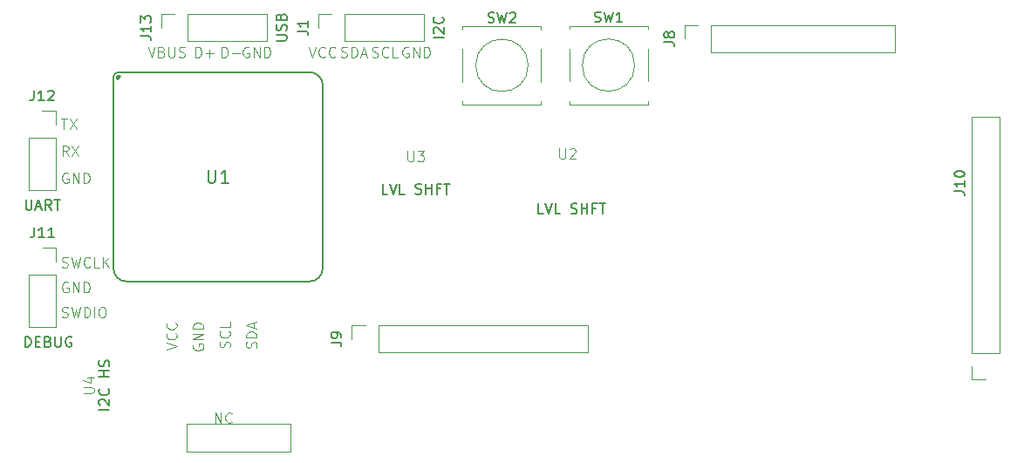
<source format=gbr>
%TF.GenerationSoftware,KiCad,Pcbnew,8.0.4*%
%TF.CreationDate,2024-08-08T16:53:51-05:00*%
%TF.ProjectId,GP2040-RE,47503230-3430-42d5-9245-2e6b69636164,rev?*%
%TF.SameCoordinates,Original*%
%TF.FileFunction,Legend,Top*%
%TF.FilePolarity,Positive*%
%FSLAX46Y46*%
G04 Gerber Fmt 4.6, Leading zero omitted, Abs format (unit mm)*
G04 Created by KiCad (PCBNEW 8.0.4) date 2024-08-08 16:53:51*
%MOMM*%
%LPD*%
G01*
G04 APERTURE LIST*
%ADD10C,0.100000*%
%ADD11C,0.150000*%
%ADD12C,0.120000*%
%ADD13C,0.200000*%
%ADD14C,0.220000*%
G04 APERTURE END LIST*
D10*
X171550684Y-91414019D02*
X171550684Y-90414019D01*
X171550684Y-90414019D02*
X172122112Y-91414019D01*
X172122112Y-91414019D02*
X172122112Y-90414019D01*
X173169731Y-91318780D02*
X173122112Y-91366400D01*
X173122112Y-91366400D02*
X172979255Y-91414019D01*
X172979255Y-91414019D02*
X172884017Y-91414019D01*
X172884017Y-91414019D02*
X172741160Y-91366400D01*
X172741160Y-91366400D02*
X172645922Y-91271161D01*
X172645922Y-91271161D02*
X172598303Y-91175923D01*
X172598303Y-91175923D02*
X172550684Y-90985447D01*
X172550684Y-90985447D02*
X172550684Y-90842590D01*
X172550684Y-90842590D02*
X172598303Y-90652114D01*
X172598303Y-90652114D02*
X172645922Y-90556876D01*
X172645922Y-90556876D02*
X172741160Y-90461638D01*
X172741160Y-90461638D02*
X172884017Y-90414019D01*
X172884017Y-90414019D02*
X172979255Y-90414019D01*
X172979255Y-90414019D02*
X173122112Y-90461638D01*
X173122112Y-90461638D02*
X173169731Y-90509257D01*
X168808400Y-91541600D02*
X178892200Y-91541600D01*
X178892200Y-94208600D01*
X168808400Y-94208600D01*
X168808400Y-91541600D01*
X175516600Y-84151115D02*
X175564219Y-84008258D01*
X175564219Y-84008258D02*
X175564219Y-83770163D01*
X175564219Y-83770163D02*
X175516600Y-83674925D01*
X175516600Y-83674925D02*
X175468980Y-83627306D01*
X175468980Y-83627306D02*
X175373742Y-83579687D01*
X175373742Y-83579687D02*
X175278504Y-83579687D01*
X175278504Y-83579687D02*
X175183266Y-83627306D01*
X175183266Y-83627306D02*
X175135647Y-83674925D01*
X175135647Y-83674925D02*
X175088028Y-83770163D01*
X175088028Y-83770163D02*
X175040409Y-83960639D01*
X175040409Y-83960639D02*
X174992790Y-84055877D01*
X174992790Y-84055877D02*
X174945171Y-84103496D01*
X174945171Y-84103496D02*
X174849933Y-84151115D01*
X174849933Y-84151115D02*
X174754695Y-84151115D01*
X174754695Y-84151115D02*
X174659457Y-84103496D01*
X174659457Y-84103496D02*
X174611838Y-84055877D01*
X174611838Y-84055877D02*
X174564219Y-83960639D01*
X174564219Y-83960639D02*
X174564219Y-83722544D01*
X174564219Y-83722544D02*
X174611838Y-83579687D01*
X175564219Y-83151115D02*
X174564219Y-83151115D01*
X174564219Y-83151115D02*
X174564219Y-82913020D01*
X174564219Y-82913020D02*
X174611838Y-82770163D01*
X174611838Y-82770163D02*
X174707076Y-82674925D01*
X174707076Y-82674925D02*
X174802314Y-82627306D01*
X174802314Y-82627306D02*
X174992790Y-82579687D01*
X174992790Y-82579687D02*
X175135647Y-82579687D01*
X175135647Y-82579687D02*
X175326123Y-82627306D01*
X175326123Y-82627306D02*
X175421361Y-82674925D01*
X175421361Y-82674925D02*
X175516600Y-82770163D01*
X175516600Y-82770163D02*
X175564219Y-82913020D01*
X175564219Y-82913020D02*
X175564219Y-83151115D01*
X175278504Y-82198734D02*
X175278504Y-81722544D01*
X175564219Y-82293972D02*
X174564219Y-81960639D01*
X174564219Y-81960639D02*
X175564219Y-81627306D01*
X172934266Y-84103496D02*
X172981885Y-83960639D01*
X172981885Y-83960639D02*
X172981885Y-83722544D01*
X172981885Y-83722544D02*
X172934266Y-83627306D01*
X172934266Y-83627306D02*
X172886646Y-83579687D01*
X172886646Y-83579687D02*
X172791408Y-83532068D01*
X172791408Y-83532068D02*
X172696170Y-83532068D01*
X172696170Y-83532068D02*
X172600932Y-83579687D01*
X172600932Y-83579687D02*
X172553313Y-83627306D01*
X172553313Y-83627306D02*
X172505694Y-83722544D01*
X172505694Y-83722544D02*
X172458075Y-83913020D01*
X172458075Y-83913020D02*
X172410456Y-84008258D01*
X172410456Y-84008258D02*
X172362837Y-84055877D01*
X172362837Y-84055877D02*
X172267599Y-84103496D01*
X172267599Y-84103496D02*
X172172361Y-84103496D01*
X172172361Y-84103496D02*
X172077123Y-84055877D01*
X172077123Y-84055877D02*
X172029504Y-84008258D01*
X172029504Y-84008258D02*
X171981885Y-83913020D01*
X171981885Y-83913020D02*
X171981885Y-83674925D01*
X171981885Y-83674925D02*
X172029504Y-83532068D01*
X172886646Y-82532068D02*
X172934266Y-82579687D01*
X172934266Y-82579687D02*
X172981885Y-82722544D01*
X172981885Y-82722544D02*
X172981885Y-82817782D01*
X172981885Y-82817782D02*
X172934266Y-82960639D01*
X172934266Y-82960639D02*
X172839027Y-83055877D01*
X172839027Y-83055877D02*
X172743789Y-83103496D01*
X172743789Y-83103496D02*
X172553313Y-83151115D01*
X172553313Y-83151115D02*
X172410456Y-83151115D01*
X172410456Y-83151115D02*
X172219980Y-83103496D01*
X172219980Y-83103496D02*
X172124742Y-83055877D01*
X172124742Y-83055877D02*
X172029504Y-82960639D01*
X172029504Y-82960639D02*
X171981885Y-82817782D01*
X171981885Y-82817782D02*
X171981885Y-82722544D01*
X171981885Y-82722544D02*
X172029504Y-82579687D01*
X172029504Y-82579687D02*
X172077123Y-82532068D01*
X172981885Y-81627306D02*
X172981885Y-82103496D01*
X172981885Y-82103496D02*
X171981885Y-82103496D01*
X169447171Y-83817782D02*
X169399552Y-83913020D01*
X169399552Y-83913020D02*
X169399552Y-84055877D01*
X169399552Y-84055877D02*
X169447171Y-84198734D01*
X169447171Y-84198734D02*
X169542409Y-84293972D01*
X169542409Y-84293972D02*
X169637647Y-84341591D01*
X169637647Y-84341591D02*
X169828123Y-84389210D01*
X169828123Y-84389210D02*
X169970980Y-84389210D01*
X169970980Y-84389210D02*
X170161456Y-84341591D01*
X170161456Y-84341591D02*
X170256694Y-84293972D01*
X170256694Y-84293972D02*
X170351933Y-84198734D01*
X170351933Y-84198734D02*
X170399552Y-84055877D01*
X170399552Y-84055877D02*
X170399552Y-83960639D01*
X170399552Y-83960639D02*
X170351933Y-83817782D01*
X170351933Y-83817782D02*
X170304313Y-83770163D01*
X170304313Y-83770163D02*
X169970980Y-83770163D01*
X169970980Y-83770163D02*
X169970980Y-83960639D01*
X170399552Y-83341591D02*
X169399552Y-83341591D01*
X169399552Y-83341591D02*
X170399552Y-82770163D01*
X170399552Y-82770163D02*
X169399552Y-82770163D01*
X170399552Y-82293972D02*
X169399552Y-82293972D01*
X169399552Y-82293972D02*
X169399552Y-82055877D01*
X169399552Y-82055877D02*
X169447171Y-81913020D01*
X169447171Y-81913020D02*
X169542409Y-81817782D01*
X169542409Y-81817782D02*
X169637647Y-81770163D01*
X169637647Y-81770163D02*
X169828123Y-81722544D01*
X169828123Y-81722544D02*
X169970980Y-81722544D01*
X169970980Y-81722544D02*
X170161456Y-81770163D01*
X170161456Y-81770163D02*
X170256694Y-81817782D01*
X170256694Y-81817782D02*
X170351933Y-81913020D01*
X170351933Y-81913020D02*
X170399552Y-82055877D01*
X170399552Y-82055877D02*
X170399552Y-82293972D01*
X166817219Y-84293972D02*
X167817219Y-83960639D01*
X167817219Y-83960639D02*
X166817219Y-83627306D01*
X167721980Y-82722544D02*
X167769600Y-82770163D01*
X167769600Y-82770163D02*
X167817219Y-82913020D01*
X167817219Y-82913020D02*
X167817219Y-83008258D01*
X167817219Y-83008258D02*
X167769600Y-83151115D01*
X167769600Y-83151115D02*
X167674361Y-83246353D01*
X167674361Y-83246353D02*
X167579123Y-83293972D01*
X167579123Y-83293972D02*
X167388647Y-83341591D01*
X167388647Y-83341591D02*
X167245790Y-83341591D01*
X167245790Y-83341591D02*
X167055314Y-83293972D01*
X167055314Y-83293972D02*
X166960076Y-83246353D01*
X166960076Y-83246353D02*
X166864838Y-83151115D01*
X166864838Y-83151115D02*
X166817219Y-83008258D01*
X166817219Y-83008258D02*
X166817219Y-82913020D01*
X166817219Y-82913020D02*
X166864838Y-82770163D01*
X166864838Y-82770163D02*
X166912457Y-82722544D01*
X167721980Y-81722544D02*
X167769600Y-81770163D01*
X167769600Y-81770163D02*
X167817219Y-81913020D01*
X167817219Y-81913020D02*
X167817219Y-82008258D01*
X167817219Y-82008258D02*
X167769600Y-82151115D01*
X167769600Y-82151115D02*
X167674361Y-82246353D01*
X167674361Y-82246353D02*
X167579123Y-82293972D01*
X167579123Y-82293972D02*
X167388647Y-82341591D01*
X167388647Y-82341591D02*
X167245790Y-82341591D01*
X167245790Y-82341591D02*
X167055314Y-82293972D01*
X167055314Y-82293972D02*
X166960076Y-82246353D01*
X166960076Y-82246353D02*
X166864838Y-82151115D01*
X166864838Y-82151115D02*
X166817219Y-82008258D01*
X166817219Y-82008258D02*
X166817219Y-81913020D01*
X166817219Y-81913020D02*
X166864838Y-81770163D01*
X166864838Y-81770163D02*
X166912457Y-81722544D01*
X156694865Y-81134000D02*
X156837722Y-81181619D01*
X156837722Y-81181619D02*
X157075817Y-81181619D01*
X157075817Y-81181619D02*
X157171055Y-81134000D01*
X157171055Y-81134000D02*
X157218674Y-81086380D01*
X157218674Y-81086380D02*
X157266293Y-80991142D01*
X157266293Y-80991142D02*
X157266293Y-80895904D01*
X157266293Y-80895904D02*
X157218674Y-80800666D01*
X157218674Y-80800666D02*
X157171055Y-80753047D01*
X157171055Y-80753047D02*
X157075817Y-80705428D01*
X157075817Y-80705428D02*
X156885341Y-80657809D01*
X156885341Y-80657809D02*
X156790103Y-80610190D01*
X156790103Y-80610190D02*
X156742484Y-80562571D01*
X156742484Y-80562571D02*
X156694865Y-80467333D01*
X156694865Y-80467333D02*
X156694865Y-80372095D01*
X156694865Y-80372095D02*
X156742484Y-80276857D01*
X156742484Y-80276857D02*
X156790103Y-80229238D01*
X156790103Y-80229238D02*
X156885341Y-80181619D01*
X156885341Y-80181619D02*
X157123436Y-80181619D01*
X157123436Y-80181619D02*
X157266293Y-80229238D01*
X157599627Y-80181619D02*
X157837722Y-81181619D01*
X157837722Y-81181619D02*
X158028198Y-80467333D01*
X158028198Y-80467333D02*
X158218674Y-81181619D01*
X158218674Y-81181619D02*
X158456770Y-80181619D01*
X158837722Y-81181619D02*
X158837722Y-80181619D01*
X158837722Y-80181619D02*
X159075817Y-80181619D01*
X159075817Y-80181619D02*
X159218674Y-80229238D01*
X159218674Y-80229238D02*
X159313912Y-80324476D01*
X159313912Y-80324476D02*
X159361531Y-80419714D01*
X159361531Y-80419714D02*
X159409150Y-80610190D01*
X159409150Y-80610190D02*
X159409150Y-80753047D01*
X159409150Y-80753047D02*
X159361531Y-80943523D01*
X159361531Y-80943523D02*
X159313912Y-81038761D01*
X159313912Y-81038761D02*
X159218674Y-81134000D01*
X159218674Y-81134000D02*
X159075817Y-81181619D01*
X159075817Y-81181619D02*
X158837722Y-81181619D01*
X159837722Y-81181619D02*
X159837722Y-80181619D01*
X160504388Y-80181619D02*
X160694864Y-80181619D01*
X160694864Y-80181619D02*
X160790102Y-80229238D01*
X160790102Y-80229238D02*
X160885340Y-80324476D01*
X160885340Y-80324476D02*
X160932959Y-80514952D01*
X160932959Y-80514952D02*
X160932959Y-80848285D01*
X160932959Y-80848285D02*
X160885340Y-81038761D01*
X160885340Y-81038761D02*
X160790102Y-81134000D01*
X160790102Y-81134000D02*
X160694864Y-81181619D01*
X160694864Y-81181619D02*
X160504388Y-81181619D01*
X160504388Y-81181619D02*
X160409150Y-81134000D01*
X160409150Y-81134000D02*
X160313912Y-81038761D01*
X160313912Y-81038761D02*
X160266293Y-80848285D01*
X160266293Y-80848285D02*
X160266293Y-80514952D01*
X160266293Y-80514952D02*
X160313912Y-80324476D01*
X160313912Y-80324476D02*
X160409150Y-80229238D01*
X160409150Y-80229238D02*
X160504388Y-80181619D01*
X157266293Y-77803538D02*
X157171055Y-77755919D01*
X157171055Y-77755919D02*
X157028198Y-77755919D01*
X157028198Y-77755919D02*
X156885341Y-77803538D01*
X156885341Y-77803538D02*
X156790103Y-77898776D01*
X156790103Y-77898776D02*
X156742484Y-77994014D01*
X156742484Y-77994014D02*
X156694865Y-78184490D01*
X156694865Y-78184490D02*
X156694865Y-78327347D01*
X156694865Y-78327347D02*
X156742484Y-78517823D01*
X156742484Y-78517823D02*
X156790103Y-78613061D01*
X156790103Y-78613061D02*
X156885341Y-78708300D01*
X156885341Y-78708300D02*
X157028198Y-78755919D01*
X157028198Y-78755919D02*
X157123436Y-78755919D01*
X157123436Y-78755919D02*
X157266293Y-78708300D01*
X157266293Y-78708300D02*
X157313912Y-78660680D01*
X157313912Y-78660680D02*
X157313912Y-78327347D01*
X157313912Y-78327347D02*
X157123436Y-78327347D01*
X157742484Y-78755919D02*
X157742484Y-77755919D01*
X157742484Y-77755919D02*
X158313912Y-78755919D01*
X158313912Y-78755919D02*
X158313912Y-77755919D01*
X158790103Y-78755919D02*
X158790103Y-77755919D01*
X158790103Y-77755919D02*
X159028198Y-77755919D01*
X159028198Y-77755919D02*
X159171055Y-77803538D01*
X159171055Y-77803538D02*
X159266293Y-77898776D01*
X159266293Y-77898776D02*
X159313912Y-77994014D01*
X159313912Y-77994014D02*
X159361531Y-78184490D01*
X159361531Y-78184490D02*
X159361531Y-78327347D01*
X159361531Y-78327347D02*
X159313912Y-78517823D01*
X159313912Y-78517823D02*
X159266293Y-78613061D01*
X159266293Y-78613061D02*
X159171055Y-78708300D01*
X159171055Y-78708300D02*
X159028198Y-78755919D01*
X159028198Y-78755919D02*
X158790103Y-78755919D01*
X156694865Y-76282600D02*
X156837722Y-76330219D01*
X156837722Y-76330219D02*
X157075817Y-76330219D01*
X157075817Y-76330219D02*
X157171055Y-76282600D01*
X157171055Y-76282600D02*
X157218674Y-76234980D01*
X157218674Y-76234980D02*
X157266293Y-76139742D01*
X157266293Y-76139742D02*
X157266293Y-76044504D01*
X157266293Y-76044504D02*
X157218674Y-75949266D01*
X157218674Y-75949266D02*
X157171055Y-75901647D01*
X157171055Y-75901647D02*
X157075817Y-75854028D01*
X157075817Y-75854028D02*
X156885341Y-75806409D01*
X156885341Y-75806409D02*
X156790103Y-75758790D01*
X156790103Y-75758790D02*
X156742484Y-75711171D01*
X156742484Y-75711171D02*
X156694865Y-75615933D01*
X156694865Y-75615933D02*
X156694865Y-75520695D01*
X156694865Y-75520695D02*
X156742484Y-75425457D01*
X156742484Y-75425457D02*
X156790103Y-75377838D01*
X156790103Y-75377838D02*
X156885341Y-75330219D01*
X156885341Y-75330219D02*
X157123436Y-75330219D01*
X157123436Y-75330219D02*
X157266293Y-75377838D01*
X157599627Y-75330219D02*
X157837722Y-76330219D01*
X157837722Y-76330219D02*
X158028198Y-75615933D01*
X158028198Y-75615933D02*
X158218674Y-76330219D01*
X158218674Y-76330219D02*
X158456770Y-75330219D01*
X159409150Y-76234980D02*
X159361531Y-76282600D01*
X159361531Y-76282600D02*
X159218674Y-76330219D01*
X159218674Y-76330219D02*
X159123436Y-76330219D01*
X159123436Y-76330219D02*
X158980579Y-76282600D01*
X158980579Y-76282600D02*
X158885341Y-76187361D01*
X158885341Y-76187361D02*
X158837722Y-76092123D01*
X158837722Y-76092123D02*
X158790103Y-75901647D01*
X158790103Y-75901647D02*
X158790103Y-75758790D01*
X158790103Y-75758790D02*
X158837722Y-75568314D01*
X158837722Y-75568314D02*
X158885341Y-75473076D01*
X158885341Y-75473076D02*
X158980579Y-75377838D01*
X158980579Y-75377838D02*
X159123436Y-75330219D01*
X159123436Y-75330219D02*
X159218674Y-75330219D01*
X159218674Y-75330219D02*
X159361531Y-75377838D01*
X159361531Y-75377838D02*
X159409150Y-75425457D01*
X160313912Y-76330219D02*
X159837722Y-76330219D01*
X159837722Y-76330219D02*
X159837722Y-75330219D01*
X160647246Y-76330219D02*
X160647246Y-75330219D01*
X161218674Y-76330219D02*
X160790103Y-75758790D01*
X161218674Y-75330219D02*
X160647246Y-75901647D01*
X157266293Y-67199038D02*
X157171055Y-67151419D01*
X157171055Y-67151419D02*
X157028198Y-67151419D01*
X157028198Y-67151419D02*
X156885341Y-67199038D01*
X156885341Y-67199038D02*
X156790103Y-67294276D01*
X156790103Y-67294276D02*
X156742484Y-67389514D01*
X156742484Y-67389514D02*
X156694865Y-67579990D01*
X156694865Y-67579990D02*
X156694865Y-67722847D01*
X156694865Y-67722847D02*
X156742484Y-67913323D01*
X156742484Y-67913323D02*
X156790103Y-68008561D01*
X156790103Y-68008561D02*
X156885341Y-68103800D01*
X156885341Y-68103800D02*
X157028198Y-68151419D01*
X157028198Y-68151419D02*
X157123436Y-68151419D01*
X157123436Y-68151419D02*
X157266293Y-68103800D01*
X157266293Y-68103800D02*
X157313912Y-68056180D01*
X157313912Y-68056180D02*
X157313912Y-67722847D01*
X157313912Y-67722847D02*
X157123436Y-67722847D01*
X157742484Y-68151419D02*
X157742484Y-67151419D01*
X157742484Y-67151419D02*
X158313912Y-68151419D01*
X158313912Y-68151419D02*
X158313912Y-67151419D01*
X158790103Y-68151419D02*
X158790103Y-67151419D01*
X158790103Y-67151419D02*
X159028198Y-67151419D01*
X159028198Y-67151419D02*
X159171055Y-67199038D01*
X159171055Y-67199038D02*
X159266293Y-67294276D01*
X159266293Y-67294276D02*
X159313912Y-67389514D01*
X159313912Y-67389514D02*
X159361531Y-67579990D01*
X159361531Y-67579990D02*
X159361531Y-67722847D01*
X159361531Y-67722847D02*
X159313912Y-67913323D01*
X159313912Y-67913323D02*
X159266293Y-68008561D01*
X159266293Y-68008561D02*
X159171055Y-68103800D01*
X159171055Y-68103800D02*
X159028198Y-68151419D01*
X159028198Y-68151419D02*
X158790103Y-68151419D01*
X157313912Y-65535219D02*
X156980579Y-65059028D01*
X156742484Y-65535219D02*
X156742484Y-64535219D01*
X156742484Y-64535219D02*
X157123436Y-64535219D01*
X157123436Y-64535219D02*
X157218674Y-64582838D01*
X157218674Y-64582838D02*
X157266293Y-64630457D01*
X157266293Y-64630457D02*
X157313912Y-64725695D01*
X157313912Y-64725695D02*
X157313912Y-64868552D01*
X157313912Y-64868552D02*
X157266293Y-64963790D01*
X157266293Y-64963790D02*
X157218674Y-65011409D01*
X157218674Y-65011409D02*
X157123436Y-65059028D01*
X157123436Y-65059028D02*
X156742484Y-65059028D01*
X157647246Y-64535219D02*
X158313912Y-65535219D01*
X158313912Y-64535219D02*
X157647246Y-65535219D01*
X156599627Y-61919019D02*
X157171055Y-61919019D01*
X156885341Y-62919019D02*
X156885341Y-61919019D01*
X157409151Y-61919019D02*
X158075817Y-62919019D01*
X158075817Y-61919019D02*
X157409151Y-62919019D01*
X190301693Y-54977438D02*
X190206455Y-54929819D01*
X190206455Y-54929819D02*
X190063598Y-54929819D01*
X190063598Y-54929819D02*
X189920741Y-54977438D01*
X189920741Y-54977438D02*
X189825503Y-55072676D01*
X189825503Y-55072676D02*
X189777884Y-55167914D01*
X189777884Y-55167914D02*
X189730265Y-55358390D01*
X189730265Y-55358390D02*
X189730265Y-55501247D01*
X189730265Y-55501247D02*
X189777884Y-55691723D01*
X189777884Y-55691723D02*
X189825503Y-55786961D01*
X189825503Y-55786961D02*
X189920741Y-55882200D01*
X189920741Y-55882200D02*
X190063598Y-55929819D01*
X190063598Y-55929819D02*
X190158836Y-55929819D01*
X190158836Y-55929819D02*
X190301693Y-55882200D01*
X190301693Y-55882200D02*
X190349312Y-55834580D01*
X190349312Y-55834580D02*
X190349312Y-55501247D01*
X190349312Y-55501247D02*
X190158836Y-55501247D01*
X190777884Y-55929819D02*
X190777884Y-54929819D01*
X190777884Y-54929819D02*
X191349312Y-55929819D01*
X191349312Y-55929819D02*
X191349312Y-54929819D01*
X191825503Y-55929819D02*
X191825503Y-54929819D01*
X191825503Y-54929819D02*
X192063598Y-54929819D01*
X192063598Y-54929819D02*
X192206455Y-54977438D01*
X192206455Y-54977438D02*
X192301693Y-55072676D01*
X192301693Y-55072676D02*
X192349312Y-55167914D01*
X192349312Y-55167914D02*
X192396931Y-55358390D01*
X192396931Y-55358390D02*
X192396931Y-55501247D01*
X192396931Y-55501247D02*
X192349312Y-55691723D01*
X192349312Y-55691723D02*
X192301693Y-55786961D01*
X192301693Y-55786961D02*
X192206455Y-55882200D01*
X192206455Y-55882200D02*
X192063598Y-55929819D01*
X192063598Y-55929819D02*
X191825503Y-55929819D01*
X186780684Y-55882200D02*
X186923541Y-55929819D01*
X186923541Y-55929819D02*
X187161636Y-55929819D01*
X187161636Y-55929819D02*
X187256874Y-55882200D01*
X187256874Y-55882200D02*
X187304493Y-55834580D01*
X187304493Y-55834580D02*
X187352112Y-55739342D01*
X187352112Y-55739342D02*
X187352112Y-55644104D01*
X187352112Y-55644104D02*
X187304493Y-55548866D01*
X187304493Y-55548866D02*
X187256874Y-55501247D01*
X187256874Y-55501247D02*
X187161636Y-55453628D01*
X187161636Y-55453628D02*
X186971160Y-55406009D01*
X186971160Y-55406009D02*
X186875922Y-55358390D01*
X186875922Y-55358390D02*
X186828303Y-55310771D01*
X186828303Y-55310771D02*
X186780684Y-55215533D01*
X186780684Y-55215533D02*
X186780684Y-55120295D01*
X186780684Y-55120295D02*
X186828303Y-55025057D01*
X186828303Y-55025057D02*
X186875922Y-54977438D01*
X186875922Y-54977438D02*
X186971160Y-54929819D01*
X186971160Y-54929819D02*
X187209255Y-54929819D01*
X187209255Y-54929819D02*
X187352112Y-54977438D01*
X188352112Y-55834580D02*
X188304493Y-55882200D01*
X188304493Y-55882200D02*
X188161636Y-55929819D01*
X188161636Y-55929819D02*
X188066398Y-55929819D01*
X188066398Y-55929819D02*
X187923541Y-55882200D01*
X187923541Y-55882200D02*
X187828303Y-55786961D01*
X187828303Y-55786961D02*
X187780684Y-55691723D01*
X187780684Y-55691723D02*
X187733065Y-55501247D01*
X187733065Y-55501247D02*
X187733065Y-55358390D01*
X187733065Y-55358390D02*
X187780684Y-55167914D01*
X187780684Y-55167914D02*
X187828303Y-55072676D01*
X187828303Y-55072676D02*
X187923541Y-54977438D01*
X187923541Y-54977438D02*
X188066398Y-54929819D01*
X188066398Y-54929819D02*
X188161636Y-54929819D01*
X188161636Y-54929819D02*
X188304493Y-54977438D01*
X188304493Y-54977438D02*
X188352112Y-55025057D01*
X189256874Y-55929819D02*
X188780684Y-55929819D01*
X188780684Y-55929819D02*
X188780684Y-54929819D01*
X183783484Y-55882200D02*
X183926341Y-55929819D01*
X183926341Y-55929819D02*
X184164436Y-55929819D01*
X184164436Y-55929819D02*
X184259674Y-55882200D01*
X184259674Y-55882200D02*
X184307293Y-55834580D01*
X184307293Y-55834580D02*
X184354912Y-55739342D01*
X184354912Y-55739342D02*
X184354912Y-55644104D01*
X184354912Y-55644104D02*
X184307293Y-55548866D01*
X184307293Y-55548866D02*
X184259674Y-55501247D01*
X184259674Y-55501247D02*
X184164436Y-55453628D01*
X184164436Y-55453628D02*
X183973960Y-55406009D01*
X183973960Y-55406009D02*
X183878722Y-55358390D01*
X183878722Y-55358390D02*
X183831103Y-55310771D01*
X183831103Y-55310771D02*
X183783484Y-55215533D01*
X183783484Y-55215533D02*
X183783484Y-55120295D01*
X183783484Y-55120295D02*
X183831103Y-55025057D01*
X183831103Y-55025057D02*
X183878722Y-54977438D01*
X183878722Y-54977438D02*
X183973960Y-54929819D01*
X183973960Y-54929819D02*
X184212055Y-54929819D01*
X184212055Y-54929819D02*
X184354912Y-54977438D01*
X184783484Y-55929819D02*
X184783484Y-54929819D01*
X184783484Y-54929819D02*
X185021579Y-54929819D01*
X185021579Y-54929819D02*
X185164436Y-54977438D01*
X185164436Y-54977438D02*
X185259674Y-55072676D01*
X185259674Y-55072676D02*
X185307293Y-55167914D01*
X185307293Y-55167914D02*
X185354912Y-55358390D01*
X185354912Y-55358390D02*
X185354912Y-55501247D01*
X185354912Y-55501247D02*
X185307293Y-55691723D01*
X185307293Y-55691723D02*
X185259674Y-55786961D01*
X185259674Y-55786961D02*
X185164436Y-55882200D01*
X185164436Y-55882200D02*
X185021579Y-55929819D01*
X185021579Y-55929819D02*
X184783484Y-55929819D01*
X185735865Y-55644104D02*
X186212055Y-55644104D01*
X185640627Y-55929819D02*
X185973960Y-54929819D01*
X185973960Y-54929819D02*
X186307293Y-55929819D01*
X180643427Y-54929819D02*
X180976760Y-55929819D01*
X180976760Y-55929819D02*
X181310093Y-54929819D01*
X182214855Y-55834580D02*
X182167236Y-55882200D01*
X182167236Y-55882200D02*
X182024379Y-55929819D01*
X182024379Y-55929819D02*
X181929141Y-55929819D01*
X181929141Y-55929819D02*
X181786284Y-55882200D01*
X181786284Y-55882200D02*
X181691046Y-55786961D01*
X181691046Y-55786961D02*
X181643427Y-55691723D01*
X181643427Y-55691723D02*
X181595808Y-55501247D01*
X181595808Y-55501247D02*
X181595808Y-55358390D01*
X181595808Y-55358390D02*
X181643427Y-55167914D01*
X181643427Y-55167914D02*
X181691046Y-55072676D01*
X181691046Y-55072676D02*
X181786284Y-54977438D01*
X181786284Y-54977438D02*
X181929141Y-54929819D01*
X181929141Y-54929819D02*
X182024379Y-54929819D01*
X182024379Y-54929819D02*
X182167236Y-54977438D01*
X182167236Y-54977438D02*
X182214855Y-55025057D01*
X183214855Y-55834580D02*
X183167236Y-55882200D01*
X183167236Y-55882200D02*
X183024379Y-55929819D01*
X183024379Y-55929819D02*
X182929141Y-55929819D01*
X182929141Y-55929819D02*
X182786284Y-55882200D01*
X182786284Y-55882200D02*
X182691046Y-55786961D01*
X182691046Y-55786961D02*
X182643427Y-55691723D01*
X182643427Y-55691723D02*
X182595808Y-55501247D01*
X182595808Y-55501247D02*
X182595808Y-55358390D01*
X182595808Y-55358390D02*
X182643427Y-55167914D01*
X182643427Y-55167914D02*
X182691046Y-55072676D01*
X182691046Y-55072676D02*
X182786284Y-54977438D01*
X182786284Y-54977438D02*
X182929141Y-54929819D01*
X182929141Y-54929819D02*
X183024379Y-54929819D01*
X183024379Y-54929819D02*
X183167236Y-54977438D01*
X183167236Y-54977438D02*
X183214855Y-55025057D01*
X174807693Y-54977438D02*
X174712455Y-54929819D01*
X174712455Y-54929819D02*
X174569598Y-54929819D01*
X174569598Y-54929819D02*
X174426741Y-54977438D01*
X174426741Y-54977438D02*
X174331503Y-55072676D01*
X174331503Y-55072676D02*
X174283884Y-55167914D01*
X174283884Y-55167914D02*
X174236265Y-55358390D01*
X174236265Y-55358390D02*
X174236265Y-55501247D01*
X174236265Y-55501247D02*
X174283884Y-55691723D01*
X174283884Y-55691723D02*
X174331503Y-55786961D01*
X174331503Y-55786961D02*
X174426741Y-55882200D01*
X174426741Y-55882200D02*
X174569598Y-55929819D01*
X174569598Y-55929819D02*
X174664836Y-55929819D01*
X174664836Y-55929819D02*
X174807693Y-55882200D01*
X174807693Y-55882200D02*
X174855312Y-55834580D01*
X174855312Y-55834580D02*
X174855312Y-55501247D01*
X174855312Y-55501247D02*
X174664836Y-55501247D01*
X175283884Y-55929819D02*
X175283884Y-54929819D01*
X175283884Y-54929819D02*
X175855312Y-55929819D01*
X175855312Y-55929819D02*
X175855312Y-54929819D01*
X176331503Y-55929819D02*
X176331503Y-54929819D01*
X176331503Y-54929819D02*
X176569598Y-54929819D01*
X176569598Y-54929819D02*
X176712455Y-54977438D01*
X176712455Y-54977438D02*
X176807693Y-55072676D01*
X176807693Y-55072676D02*
X176855312Y-55167914D01*
X176855312Y-55167914D02*
X176902931Y-55358390D01*
X176902931Y-55358390D02*
X176902931Y-55501247D01*
X176902931Y-55501247D02*
X176855312Y-55691723D01*
X176855312Y-55691723D02*
X176807693Y-55786961D01*
X176807693Y-55786961D02*
X176712455Y-55882200D01*
X176712455Y-55882200D02*
X176569598Y-55929819D01*
X176569598Y-55929819D02*
X176331503Y-55929819D01*
X172201084Y-55929819D02*
X172201084Y-54929819D01*
X172201084Y-54929819D02*
X172439179Y-54929819D01*
X172439179Y-54929819D02*
X172582036Y-54977438D01*
X172582036Y-54977438D02*
X172677274Y-55072676D01*
X172677274Y-55072676D02*
X172724893Y-55167914D01*
X172724893Y-55167914D02*
X172772512Y-55358390D01*
X172772512Y-55358390D02*
X172772512Y-55501247D01*
X172772512Y-55501247D02*
X172724893Y-55691723D01*
X172724893Y-55691723D02*
X172677274Y-55786961D01*
X172677274Y-55786961D02*
X172582036Y-55882200D01*
X172582036Y-55882200D02*
X172439179Y-55929819D01*
X172439179Y-55929819D02*
X172201084Y-55929819D01*
X173201084Y-55548866D02*
X173962989Y-55548866D01*
X169635684Y-55929819D02*
X169635684Y-54929819D01*
X169635684Y-54929819D02*
X169873779Y-54929819D01*
X169873779Y-54929819D02*
X170016636Y-54977438D01*
X170016636Y-54977438D02*
X170111874Y-55072676D01*
X170111874Y-55072676D02*
X170159493Y-55167914D01*
X170159493Y-55167914D02*
X170207112Y-55358390D01*
X170207112Y-55358390D02*
X170207112Y-55501247D01*
X170207112Y-55501247D02*
X170159493Y-55691723D01*
X170159493Y-55691723D02*
X170111874Y-55786961D01*
X170111874Y-55786961D02*
X170016636Y-55882200D01*
X170016636Y-55882200D02*
X169873779Y-55929819D01*
X169873779Y-55929819D02*
X169635684Y-55929819D01*
X170635684Y-55548866D02*
X171397589Y-55548866D01*
X171016636Y-55929819D02*
X171016636Y-55167914D01*
X165022427Y-54929819D02*
X165355760Y-55929819D01*
X165355760Y-55929819D02*
X165689093Y-54929819D01*
X166355760Y-55406009D02*
X166498617Y-55453628D01*
X166498617Y-55453628D02*
X166546236Y-55501247D01*
X166546236Y-55501247D02*
X166593855Y-55596485D01*
X166593855Y-55596485D02*
X166593855Y-55739342D01*
X166593855Y-55739342D02*
X166546236Y-55834580D01*
X166546236Y-55834580D02*
X166498617Y-55882200D01*
X166498617Y-55882200D02*
X166403379Y-55929819D01*
X166403379Y-55929819D02*
X166022427Y-55929819D01*
X166022427Y-55929819D02*
X166022427Y-54929819D01*
X166022427Y-54929819D02*
X166355760Y-54929819D01*
X166355760Y-54929819D02*
X166450998Y-54977438D01*
X166450998Y-54977438D02*
X166498617Y-55025057D01*
X166498617Y-55025057D02*
X166546236Y-55120295D01*
X166546236Y-55120295D02*
X166546236Y-55215533D01*
X166546236Y-55215533D02*
X166498617Y-55310771D01*
X166498617Y-55310771D02*
X166450998Y-55358390D01*
X166450998Y-55358390D02*
X166355760Y-55406009D01*
X166355760Y-55406009D02*
X166022427Y-55406009D01*
X167022427Y-54929819D02*
X167022427Y-55739342D01*
X167022427Y-55739342D02*
X167070046Y-55834580D01*
X167070046Y-55834580D02*
X167117665Y-55882200D01*
X167117665Y-55882200D02*
X167212903Y-55929819D01*
X167212903Y-55929819D02*
X167403379Y-55929819D01*
X167403379Y-55929819D02*
X167498617Y-55882200D01*
X167498617Y-55882200D02*
X167546236Y-55834580D01*
X167546236Y-55834580D02*
X167593855Y-55739342D01*
X167593855Y-55739342D02*
X167593855Y-54929819D01*
X168022427Y-55882200D02*
X168165284Y-55929819D01*
X168165284Y-55929819D02*
X168403379Y-55929819D01*
X168403379Y-55929819D02*
X168498617Y-55882200D01*
X168498617Y-55882200D02*
X168546236Y-55834580D01*
X168546236Y-55834580D02*
X168593855Y-55739342D01*
X168593855Y-55739342D02*
X168593855Y-55644104D01*
X168593855Y-55644104D02*
X168546236Y-55548866D01*
X168546236Y-55548866D02*
X168498617Y-55501247D01*
X168498617Y-55501247D02*
X168403379Y-55453628D01*
X168403379Y-55453628D02*
X168212903Y-55406009D01*
X168212903Y-55406009D02*
X168117665Y-55358390D01*
X168117665Y-55358390D02*
X168070046Y-55310771D01*
X168070046Y-55310771D02*
X168022427Y-55215533D01*
X168022427Y-55215533D02*
X168022427Y-55120295D01*
X168022427Y-55120295D02*
X168070046Y-55025057D01*
X168070046Y-55025057D02*
X168117665Y-54977438D01*
X168117665Y-54977438D02*
X168212903Y-54929819D01*
X168212903Y-54929819D02*
X168450998Y-54929819D01*
X168450998Y-54929819D02*
X168593855Y-54977438D01*
D11*
X164324819Y-53870123D02*
X165039104Y-53870123D01*
X165039104Y-53870123D02*
X165181961Y-53917742D01*
X165181961Y-53917742D02*
X165277200Y-54012980D01*
X165277200Y-54012980D02*
X165324819Y-54155837D01*
X165324819Y-54155837D02*
X165324819Y-54251075D01*
X165324819Y-52870123D02*
X165324819Y-53441551D01*
X165324819Y-53155837D02*
X164324819Y-53155837D01*
X164324819Y-53155837D02*
X164467676Y-53251075D01*
X164467676Y-53251075D02*
X164562914Y-53346313D01*
X164562914Y-53346313D02*
X164610533Y-53441551D01*
X164324819Y-52536789D02*
X164324819Y-51917742D01*
X164324819Y-51917742D02*
X164705771Y-52251075D01*
X164705771Y-52251075D02*
X164705771Y-52108218D01*
X164705771Y-52108218D02*
X164753390Y-52012980D01*
X164753390Y-52012980D02*
X164801009Y-51965361D01*
X164801009Y-51965361D02*
X164896247Y-51917742D01*
X164896247Y-51917742D02*
X165134342Y-51917742D01*
X165134342Y-51917742D02*
X165229580Y-51965361D01*
X165229580Y-51965361D02*
X165277200Y-52012980D01*
X165277200Y-52012980D02*
X165324819Y-52108218D01*
X165324819Y-52108218D02*
X165324819Y-52393932D01*
X165324819Y-52393932D02*
X165277200Y-52489170D01*
X165277200Y-52489170D02*
X165229580Y-52536789D01*
X177484819Y-54322504D02*
X178294342Y-54322504D01*
X178294342Y-54322504D02*
X178389580Y-54274885D01*
X178389580Y-54274885D02*
X178437200Y-54227266D01*
X178437200Y-54227266D02*
X178484819Y-54132028D01*
X178484819Y-54132028D02*
X178484819Y-53941552D01*
X178484819Y-53941552D02*
X178437200Y-53846314D01*
X178437200Y-53846314D02*
X178389580Y-53798695D01*
X178389580Y-53798695D02*
X178294342Y-53751076D01*
X178294342Y-53751076D02*
X177484819Y-53751076D01*
X178437200Y-53322504D02*
X178484819Y-53179647D01*
X178484819Y-53179647D02*
X178484819Y-52941552D01*
X178484819Y-52941552D02*
X178437200Y-52846314D01*
X178437200Y-52846314D02*
X178389580Y-52798695D01*
X178389580Y-52798695D02*
X178294342Y-52751076D01*
X178294342Y-52751076D02*
X178199104Y-52751076D01*
X178199104Y-52751076D02*
X178103866Y-52798695D01*
X178103866Y-52798695D02*
X178056247Y-52846314D01*
X178056247Y-52846314D02*
X178008628Y-52941552D01*
X178008628Y-52941552D02*
X177961009Y-53132028D01*
X177961009Y-53132028D02*
X177913390Y-53227266D01*
X177913390Y-53227266D02*
X177865771Y-53274885D01*
X177865771Y-53274885D02*
X177770533Y-53322504D01*
X177770533Y-53322504D02*
X177675295Y-53322504D01*
X177675295Y-53322504D02*
X177580057Y-53274885D01*
X177580057Y-53274885D02*
X177532438Y-53227266D01*
X177532438Y-53227266D02*
X177484819Y-53132028D01*
X177484819Y-53132028D02*
X177484819Y-52893933D01*
X177484819Y-52893933D02*
X177532438Y-52751076D01*
X177961009Y-51989171D02*
X178008628Y-51846314D01*
X178008628Y-51846314D02*
X178056247Y-51798695D01*
X178056247Y-51798695D02*
X178151485Y-51751076D01*
X178151485Y-51751076D02*
X178294342Y-51751076D01*
X178294342Y-51751076D02*
X178389580Y-51798695D01*
X178389580Y-51798695D02*
X178437200Y-51846314D01*
X178437200Y-51846314D02*
X178484819Y-51941552D01*
X178484819Y-51941552D02*
X178484819Y-52322504D01*
X178484819Y-52322504D02*
X177484819Y-52322504D01*
X177484819Y-52322504D02*
X177484819Y-51989171D01*
X177484819Y-51989171D02*
X177532438Y-51893933D01*
X177532438Y-51893933D02*
X177580057Y-51846314D01*
X177580057Y-51846314D02*
X177675295Y-51798695D01*
X177675295Y-51798695D02*
X177770533Y-51798695D01*
X177770533Y-51798695D02*
X177865771Y-51846314D01*
X177865771Y-51846314D02*
X177913390Y-51893933D01*
X177913390Y-51893933D02*
X177961009Y-51989171D01*
X177961009Y-51989171D02*
X177961009Y-52322504D01*
D10*
X190246095Y-65044019D02*
X190246095Y-65853542D01*
X190246095Y-65853542D02*
X190293714Y-65948780D01*
X190293714Y-65948780D02*
X190341333Y-65996400D01*
X190341333Y-65996400D02*
X190436571Y-66044019D01*
X190436571Y-66044019D02*
X190627047Y-66044019D01*
X190627047Y-66044019D02*
X190722285Y-65996400D01*
X190722285Y-65996400D02*
X190769904Y-65948780D01*
X190769904Y-65948780D02*
X190817523Y-65853542D01*
X190817523Y-65853542D02*
X190817523Y-65044019D01*
X191198476Y-65044019D02*
X191817523Y-65044019D01*
X191817523Y-65044019D02*
X191484190Y-65424971D01*
X191484190Y-65424971D02*
X191627047Y-65424971D01*
X191627047Y-65424971D02*
X191722285Y-65472590D01*
X191722285Y-65472590D02*
X191769904Y-65520209D01*
X191769904Y-65520209D02*
X191817523Y-65615447D01*
X191817523Y-65615447D02*
X191817523Y-65853542D01*
X191817523Y-65853542D02*
X191769904Y-65948780D01*
X191769904Y-65948780D02*
X191722285Y-65996400D01*
X191722285Y-65996400D02*
X191627047Y-66044019D01*
X191627047Y-66044019D02*
X191341333Y-66044019D01*
X191341333Y-66044019D02*
X191246095Y-65996400D01*
X191246095Y-65996400D02*
X191198476Y-65948780D01*
D11*
X188293713Y-69212619D02*
X187817523Y-69212619D01*
X187817523Y-69212619D02*
X187817523Y-68212619D01*
X188484190Y-68212619D02*
X188817523Y-69212619D01*
X188817523Y-69212619D02*
X189150856Y-68212619D01*
X189960380Y-69212619D02*
X189484190Y-69212619D01*
X189484190Y-69212619D02*
X189484190Y-68212619D01*
X191008000Y-69165000D02*
X191150857Y-69212619D01*
X191150857Y-69212619D02*
X191388952Y-69212619D01*
X191388952Y-69212619D02*
X191484190Y-69165000D01*
X191484190Y-69165000D02*
X191531809Y-69117380D01*
X191531809Y-69117380D02*
X191579428Y-69022142D01*
X191579428Y-69022142D02*
X191579428Y-68926904D01*
X191579428Y-68926904D02*
X191531809Y-68831666D01*
X191531809Y-68831666D02*
X191484190Y-68784047D01*
X191484190Y-68784047D02*
X191388952Y-68736428D01*
X191388952Y-68736428D02*
X191198476Y-68688809D01*
X191198476Y-68688809D02*
X191103238Y-68641190D01*
X191103238Y-68641190D02*
X191055619Y-68593571D01*
X191055619Y-68593571D02*
X191008000Y-68498333D01*
X191008000Y-68498333D02*
X191008000Y-68403095D01*
X191008000Y-68403095D02*
X191055619Y-68307857D01*
X191055619Y-68307857D02*
X191103238Y-68260238D01*
X191103238Y-68260238D02*
X191198476Y-68212619D01*
X191198476Y-68212619D02*
X191436571Y-68212619D01*
X191436571Y-68212619D02*
X191579428Y-68260238D01*
X192008000Y-69212619D02*
X192008000Y-68212619D01*
X192008000Y-68688809D02*
X192579428Y-68688809D01*
X192579428Y-69212619D02*
X192579428Y-68212619D01*
X193388952Y-68688809D02*
X193055619Y-68688809D01*
X193055619Y-69212619D02*
X193055619Y-68212619D01*
X193055619Y-68212619D02*
X193531809Y-68212619D01*
X193769905Y-68212619D02*
X194341333Y-68212619D01*
X194055619Y-69212619D02*
X194055619Y-68212619D01*
X243294819Y-68936123D02*
X244009104Y-68936123D01*
X244009104Y-68936123D02*
X244151961Y-68983742D01*
X244151961Y-68983742D02*
X244247200Y-69078980D01*
X244247200Y-69078980D02*
X244294819Y-69221837D01*
X244294819Y-69221837D02*
X244294819Y-69317075D01*
X244294819Y-67936123D02*
X244294819Y-68507551D01*
X244294819Y-68221837D02*
X243294819Y-68221837D01*
X243294819Y-68221837D02*
X243437676Y-68317075D01*
X243437676Y-68317075D02*
X243532914Y-68412313D01*
X243532914Y-68412313D02*
X243580533Y-68507551D01*
X243294819Y-67317075D02*
X243294819Y-67221837D01*
X243294819Y-67221837D02*
X243342438Y-67126599D01*
X243342438Y-67126599D02*
X243390057Y-67078980D01*
X243390057Y-67078980D02*
X243485295Y-67031361D01*
X243485295Y-67031361D02*
X243675771Y-66983742D01*
X243675771Y-66983742D02*
X243913866Y-66983742D01*
X243913866Y-66983742D02*
X244104342Y-67031361D01*
X244104342Y-67031361D02*
X244199580Y-67078980D01*
X244199580Y-67078980D02*
X244247200Y-67126599D01*
X244247200Y-67126599D02*
X244294819Y-67221837D01*
X244294819Y-67221837D02*
X244294819Y-67317075D01*
X244294819Y-67317075D02*
X244247200Y-67412313D01*
X244247200Y-67412313D02*
X244199580Y-67459932D01*
X244199580Y-67459932D02*
X244104342Y-67507551D01*
X244104342Y-67507551D02*
X243913866Y-67555170D01*
X243913866Y-67555170D02*
X243675771Y-67555170D01*
X243675771Y-67555170D02*
X243485295Y-67507551D01*
X243485295Y-67507551D02*
X243390057Y-67459932D01*
X243390057Y-67459932D02*
X243342438Y-67412313D01*
X243342438Y-67412313D02*
X243294819Y-67317075D01*
X153978076Y-72431419D02*
X153978076Y-73145704D01*
X153978076Y-73145704D02*
X153930457Y-73288561D01*
X153930457Y-73288561D02*
X153835219Y-73383800D01*
X153835219Y-73383800D02*
X153692362Y-73431419D01*
X153692362Y-73431419D02*
X153597124Y-73431419D01*
X154978076Y-73431419D02*
X154406648Y-73431419D01*
X154692362Y-73431419D02*
X154692362Y-72431419D01*
X154692362Y-72431419D02*
X154597124Y-72574276D01*
X154597124Y-72574276D02*
X154501886Y-72669514D01*
X154501886Y-72669514D02*
X154406648Y-72717133D01*
X155930457Y-73431419D02*
X155359029Y-73431419D01*
X155644743Y-73431419D02*
X155644743Y-72431419D01*
X155644743Y-72431419D02*
X155549505Y-72574276D01*
X155549505Y-72574276D02*
X155454267Y-72669514D01*
X155454267Y-72669514D02*
X155359029Y-72717133D01*
X153108305Y-84050019D02*
X153108305Y-83050019D01*
X153108305Y-83050019D02*
X153346400Y-83050019D01*
X153346400Y-83050019D02*
X153489257Y-83097638D01*
X153489257Y-83097638D02*
X153584495Y-83192876D01*
X153584495Y-83192876D02*
X153632114Y-83288114D01*
X153632114Y-83288114D02*
X153679733Y-83478590D01*
X153679733Y-83478590D02*
X153679733Y-83621447D01*
X153679733Y-83621447D02*
X153632114Y-83811923D01*
X153632114Y-83811923D02*
X153584495Y-83907161D01*
X153584495Y-83907161D02*
X153489257Y-84002400D01*
X153489257Y-84002400D02*
X153346400Y-84050019D01*
X153346400Y-84050019D02*
X153108305Y-84050019D01*
X154108305Y-83526209D02*
X154441638Y-83526209D01*
X154584495Y-84050019D02*
X154108305Y-84050019D01*
X154108305Y-84050019D02*
X154108305Y-83050019D01*
X154108305Y-83050019D02*
X154584495Y-83050019D01*
X155346400Y-83526209D02*
X155489257Y-83573828D01*
X155489257Y-83573828D02*
X155536876Y-83621447D01*
X155536876Y-83621447D02*
X155584495Y-83716685D01*
X155584495Y-83716685D02*
X155584495Y-83859542D01*
X155584495Y-83859542D02*
X155536876Y-83954780D01*
X155536876Y-83954780D02*
X155489257Y-84002400D01*
X155489257Y-84002400D02*
X155394019Y-84050019D01*
X155394019Y-84050019D02*
X155013067Y-84050019D01*
X155013067Y-84050019D02*
X155013067Y-83050019D01*
X155013067Y-83050019D02*
X155346400Y-83050019D01*
X155346400Y-83050019D02*
X155441638Y-83097638D01*
X155441638Y-83097638D02*
X155489257Y-83145257D01*
X155489257Y-83145257D02*
X155536876Y-83240495D01*
X155536876Y-83240495D02*
X155536876Y-83335733D01*
X155536876Y-83335733D02*
X155489257Y-83430971D01*
X155489257Y-83430971D02*
X155441638Y-83478590D01*
X155441638Y-83478590D02*
X155346400Y-83526209D01*
X155346400Y-83526209D02*
X155013067Y-83526209D01*
X156013067Y-83050019D02*
X156013067Y-83859542D01*
X156013067Y-83859542D02*
X156060686Y-83954780D01*
X156060686Y-83954780D02*
X156108305Y-84002400D01*
X156108305Y-84002400D02*
X156203543Y-84050019D01*
X156203543Y-84050019D02*
X156394019Y-84050019D01*
X156394019Y-84050019D02*
X156489257Y-84002400D01*
X156489257Y-84002400D02*
X156536876Y-83954780D01*
X156536876Y-83954780D02*
X156584495Y-83859542D01*
X156584495Y-83859542D02*
X156584495Y-83050019D01*
X157584495Y-83097638D02*
X157489257Y-83050019D01*
X157489257Y-83050019D02*
X157346400Y-83050019D01*
X157346400Y-83050019D02*
X157203543Y-83097638D01*
X157203543Y-83097638D02*
X157108305Y-83192876D01*
X157108305Y-83192876D02*
X157060686Y-83288114D01*
X157060686Y-83288114D02*
X157013067Y-83478590D01*
X157013067Y-83478590D02*
X157013067Y-83621447D01*
X157013067Y-83621447D02*
X157060686Y-83811923D01*
X157060686Y-83811923D02*
X157108305Y-83907161D01*
X157108305Y-83907161D02*
X157203543Y-84002400D01*
X157203543Y-84002400D02*
X157346400Y-84050019D01*
X157346400Y-84050019D02*
X157441638Y-84050019D01*
X157441638Y-84050019D02*
X157584495Y-84002400D01*
X157584495Y-84002400D02*
X157632114Y-83954780D01*
X157632114Y-83954780D02*
X157632114Y-83621447D01*
X157632114Y-83621447D02*
X157441638Y-83621447D01*
X153952276Y-59136819D02*
X153952276Y-59851104D01*
X153952276Y-59851104D02*
X153904657Y-59993961D01*
X153904657Y-59993961D02*
X153809419Y-60089200D01*
X153809419Y-60089200D02*
X153666562Y-60136819D01*
X153666562Y-60136819D02*
X153571324Y-60136819D01*
X154952276Y-60136819D02*
X154380848Y-60136819D01*
X154666562Y-60136819D02*
X154666562Y-59136819D01*
X154666562Y-59136819D02*
X154571324Y-59279676D01*
X154571324Y-59279676D02*
X154476086Y-59374914D01*
X154476086Y-59374914D02*
X154380848Y-59422533D01*
X155333229Y-59232057D02*
X155380848Y-59184438D01*
X155380848Y-59184438D02*
X155476086Y-59136819D01*
X155476086Y-59136819D02*
X155714181Y-59136819D01*
X155714181Y-59136819D02*
X155809419Y-59184438D01*
X155809419Y-59184438D02*
X155857038Y-59232057D01*
X155857038Y-59232057D02*
X155904657Y-59327295D01*
X155904657Y-59327295D02*
X155904657Y-59422533D01*
X155904657Y-59422533D02*
X155857038Y-59565390D01*
X155857038Y-59565390D02*
X155285610Y-60136819D01*
X155285610Y-60136819D02*
X155904657Y-60136819D01*
X153166562Y-69756819D02*
X153166562Y-70566342D01*
X153166562Y-70566342D02*
X153214181Y-70661580D01*
X153214181Y-70661580D02*
X153261800Y-70709200D01*
X153261800Y-70709200D02*
X153357038Y-70756819D01*
X153357038Y-70756819D02*
X153547514Y-70756819D01*
X153547514Y-70756819D02*
X153642752Y-70709200D01*
X153642752Y-70709200D02*
X153690371Y-70661580D01*
X153690371Y-70661580D02*
X153737990Y-70566342D01*
X153737990Y-70566342D02*
X153737990Y-69756819D01*
X154166562Y-70471104D02*
X154642752Y-70471104D01*
X154071324Y-70756819D02*
X154404657Y-69756819D01*
X154404657Y-69756819D02*
X154737990Y-70756819D01*
X155642752Y-70756819D02*
X155309419Y-70280628D01*
X155071324Y-70756819D02*
X155071324Y-69756819D01*
X155071324Y-69756819D02*
X155452276Y-69756819D01*
X155452276Y-69756819D02*
X155547514Y-69804438D01*
X155547514Y-69804438D02*
X155595133Y-69852057D01*
X155595133Y-69852057D02*
X155642752Y-69947295D01*
X155642752Y-69947295D02*
X155642752Y-70090152D01*
X155642752Y-70090152D02*
X155595133Y-70185390D01*
X155595133Y-70185390D02*
X155547514Y-70233009D01*
X155547514Y-70233009D02*
X155452276Y-70280628D01*
X155452276Y-70280628D02*
X155071324Y-70280628D01*
X155928467Y-69756819D02*
X156499895Y-69756819D01*
X156214181Y-70756819D02*
X156214181Y-69756819D01*
X208394467Y-52480000D02*
X208537324Y-52527619D01*
X208537324Y-52527619D02*
X208775419Y-52527619D01*
X208775419Y-52527619D02*
X208870657Y-52480000D01*
X208870657Y-52480000D02*
X208918276Y-52432380D01*
X208918276Y-52432380D02*
X208965895Y-52337142D01*
X208965895Y-52337142D02*
X208965895Y-52241904D01*
X208965895Y-52241904D02*
X208918276Y-52146666D01*
X208918276Y-52146666D02*
X208870657Y-52099047D01*
X208870657Y-52099047D02*
X208775419Y-52051428D01*
X208775419Y-52051428D02*
X208584943Y-52003809D01*
X208584943Y-52003809D02*
X208489705Y-51956190D01*
X208489705Y-51956190D02*
X208442086Y-51908571D01*
X208442086Y-51908571D02*
X208394467Y-51813333D01*
X208394467Y-51813333D02*
X208394467Y-51718095D01*
X208394467Y-51718095D02*
X208442086Y-51622857D01*
X208442086Y-51622857D02*
X208489705Y-51575238D01*
X208489705Y-51575238D02*
X208584943Y-51527619D01*
X208584943Y-51527619D02*
X208823038Y-51527619D01*
X208823038Y-51527619D02*
X208965895Y-51575238D01*
X209299229Y-51527619D02*
X209537324Y-52527619D01*
X209537324Y-52527619D02*
X209727800Y-51813333D01*
X209727800Y-51813333D02*
X209918276Y-52527619D01*
X209918276Y-52527619D02*
X210156372Y-51527619D01*
X211061133Y-52527619D02*
X210489705Y-52527619D01*
X210775419Y-52527619D02*
X210775419Y-51527619D01*
X210775419Y-51527619D02*
X210680181Y-51670476D01*
X210680181Y-51670476D02*
X210584943Y-51765714D01*
X210584943Y-51765714D02*
X210489705Y-51813333D01*
X215124819Y-54461133D02*
X215839104Y-54461133D01*
X215839104Y-54461133D02*
X215981961Y-54508752D01*
X215981961Y-54508752D02*
X216077200Y-54603990D01*
X216077200Y-54603990D02*
X216124819Y-54746847D01*
X216124819Y-54746847D02*
X216124819Y-54842085D01*
X215553390Y-53842085D02*
X215505771Y-53937323D01*
X215505771Y-53937323D02*
X215458152Y-53984942D01*
X215458152Y-53984942D02*
X215362914Y-54032561D01*
X215362914Y-54032561D02*
X215315295Y-54032561D01*
X215315295Y-54032561D02*
X215220057Y-53984942D01*
X215220057Y-53984942D02*
X215172438Y-53937323D01*
X215172438Y-53937323D02*
X215124819Y-53842085D01*
X215124819Y-53842085D02*
X215124819Y-53651609D01*
X215124819Y-53651609D02*
X215172438Y-53556371D01*
X215172438Y-53556371D02*
X215220057Y-53508752D01*
X215220057Y-53508752D02*
X215315295Y-53461133D01*
X215315295Y-53461133D02*
X215362914Y-53461133D01*
X215362914Y-53461133D02*
X215458152Y-53508752D01*
X215458152Y-53508752D02*
X215505771Y-53556371D01*
X215505771Y-53556371D02*
X215553390Y-53651609D01*
X215553390Y-53651609D02*
X215553390Y-53842085D01*
X215553390Y-53842085D02*
X215601009Y-53937323D01*
X215601009Y-53937323D02*
X215648628Y-53984942D01*
X215648628Y-53984942D02*
X215743866Y-54032561D01*
X215743866Y-54032561D02*
X215934342Y-54032561D01*
X215934342Y-54032561D02*
X216029580Y-53984942D01*
X216029580Y-53984942D02*
X216077200Y-53937323D01*
X216077200Y-53937323D02*
X216124819Y-53842085D01*
X216124819Y-53842085D02*
X216124819Y-53651609D01*
X216124819Y-53651609D02*
X216077200Y-53556371D01*
X216077200Y-53556371D02*
X216029580Y-53508752D01*
X216029580Y-53508752D02*
X215934342Y-53461133D01*
X215934342Y-53461133D02*
X215743866Y-53461133D01*
X215743866Y-53461133D02*
X215648628Y-53508752D01*
X215648628Y-53508752D02*
X215601009Y-53556371D01*
X215601009Y-53556371D02*
X215553390Y-53651609D01*
D10*
X204978095Y-64790019D02*
X204978095Y-65599542D01*
X204978095Y-65599542D02*
X205025714Y-65694780D01*
X205025714Y-65694780D02*
X205073333Y-65742400D01*
X205073333Y-65742400D02*
X205168571Y-65790019D01*
X205168571Y-65790019D02*
X205359047Y-65790019D01*
X205359047Y-65790019D02*
X205454285Y-65742400D01*
X205454285Y-65742400D02*
X205501904Y-65694780D01*
X205501904Y-65694780D02*
X205549523Y-65599542D01*
X205549523Y-65599542D02*
X205549523Y-64790019D01*
X205978095Y-64885257D02*
X206025714Y-64837638D01*
X206025714Y-64837638D02*
X206120952Y-64790019D01*
X206120952Y-64790019D02*
X206359047Y-64790019D01*
X206359047Y-64790019D02*
X206454285Y-64837638D01*
X206454285Y-64837638D02*
X206501904Y-64885257D01*
X206501904Y-64885257D02*
X206549523Y-64980495D01*
X206549523Y-64980495D02*
X206549523Y-65075733D01*
X206549523Y-65075733D02*
X206501904Y-65218590D01*
X206501904Y-65218590D02*
X205930476Y-65790019D01*
X205930476Y-65790019D02*
X206549523Y-65790019D01*
D11*
X203381313Y-71121419D02*
X202905123Y-71121419D01*
X202905123Y-71121419D02*
X202905123Y-70121419D01*
X203571790Y-70121419D02*
X203905123Y-71121419D01*
X203905123Y-71121419D02*
X204238456Y-70121419D01*
X205047980Y-71121419D02*
X204571790Y-71121419D01*
X204571790Y-71121419D02*
X204571790Y-70121419D01*
X206095600Y-71073800D02*
X206238457Y-71121419D01*
X206238457Y-71121419D02*
X206476552Y-71121419D01*
X206476552Y-71121419D02*
X206571790Y-71073800D01*
X206571790Y-71073800D02*
X206619409Y-71026180D01*
X206619409Y-71026180D02*
X206667028Y-70930942D01*
X206667028Y-70930942D02*
X206667028Y-70835704D01*
X206667028Y-70835704D02*
X206619409Y-70740466D01*
X206619409Y-70740466D02*
X206571790Y-70692847D01*
X206571790Y-70692847D02*
X206476552Y-70645228D01*
X206476552Y-70645228D02*
X206286076Y-70597609D01*
X206286076Y-70597609D02*
X206190838Y-70549990D01*
X206190838Y-70549990D02*
X206143219Y-70502371D01*
X206143219Y-70502371D02*
X206095600Y-70407133D01*
X206095600Y-70407133D02*
X206095600Y-70311895D01*
X206095600Y-70311895D02*
X206143219Y-70216657D01*
X206143219Y-70216657D02*
X206190838Y-70169038D01*
X206190838Y-70169038D02*
X206286076Y-70121419D01*
X206286076Y-70121419D02*
X206524171Y-70121419D01*
X206524171Y-70121419D02*
X206667028Y-70169038D01*
X207095600Y-71121419D02*
X207095600Y-70121419D01*
X207095600Y-70597609D02*
X207667028Y-70597609D01*
X207667028Y-71121419D02*
X207667028Y-70121419D01*
X208476552Y-70597609D02*
X208143219Y-70597609D01*
X208143219Y-71121419D02*
X208143219Y-70121419D01*
X208143219Y-70121419D02*
X208619409Y-70121419D01*
X208857505Y-70121419D02*
X209428933Y-70121419D01*
X209143219Y-71121419D02*
X209143219Y-70121419D01*
X182800619Y-83620333D02*
X183514904Y-83620333D01*
X183514904Y-83620333D02*
X183657761Y-83667952D01*
X183657761Y-83667952D02*
X183753000Y-83763190D01*
X183753000Y-83763190D02*
X183800619Y-83906047D01*
X183800619Y-83906047D02*
X183800619Y-84001285D01*
X183800619Y-83096523D02*
X183800619Y-82906047D01*
X183800619Y-82906047D02*
X183753000Y-82810809D01*
X183753000Y-82810809D02*
X183705380Y-82763190D01*
X183705380Y-82763190D02*
X183562523Y-82667952D01*
X183562523Y-82667952D02*
X183372047Y-82620333D01*
X183372047Y-82620333D02*
X182991095Y-82620333D01*
X182991095Y-82620333D02*
X182895857Y-82667952D01*
X182895857Y-82667952D02*
X182848238Y-82715571D01*
X182848238Y-82715571D02*
X182800619Y-82810809D01*
X182800619Y-82810809D02*
X182800619Y-83001285D01*
X182800619Y-83001285D02*
X182848238Y-83096523D01*
X182848238Y-83096523D02*
X182895857Y-83144142D01*
X182895857Y-83144142D02*
X182991095Y-83191761D01*
X182991095Y-83191761D02*
X183229190Y-83191761D01*
X183229190Y-83191761D02*
X183324428Y-83144142D01*
X183324428Y-83144142D02*
X183372047Y-83096523D01*
X183372047Y-83096523D02*
X183419666Y-83001285D01*
X183419666Y-83001285D02*
X183419666Y-82810809D01*
X183419666Y-82810809D02*
X183372047Y-82715571D01*
X183372047Y-82715571D02*
X183324428Y-82667952D01*
X183324428Y-82667952D02*
X183229190Y-82620333D01*
D10*
X158772219Y-88544304D02*
X159581742Y-88544304D01*
X159581742Y-88544304D02*
X159676980Y-88496685D01*
X159676980Y-88496685D02*
X159724600Y-88449066D01*
X159724600Y-88449066D02*
X159772219Y-88353828D01*
X159772219Y-88353828D02*
X159772219Y-88163352D01*
X159772219Y-88163352D02*
X159724600Y-88068114D01*
X159724600Y-88068114D02*
X159676980Y-88020495D01*
X159676980Y-88020495D02*
X159581742Y-87972876D01*
X159581742Y-87972876D02*
X158772219Y-87972876D01*
X159105552Y-87068114D02*
X159772219Y-87068114D01*
X158724600Y-87306209D02*
X159438885Y-87544304D01*
X159438885Y-87544304D02*
X159438885Y-86925257D01*
D11*
X161269619Y-90139542D02*
X160269619Y-90139542D01*
X160364857Y-89710971D02*
X160317238Y-89663352D01*
X160317238Y-89663352D02*
X160269619Y-89568114D01*
X160269619Y-89568114D02*
X160269619Y-89330019D01*
X160269619Y-89330019D02*
X160317238Y-89234781D01*
X160317238Y-89234781D02*
X160364857Y-89187162D01*
X160364857Y-89187162D02*
X160460095Y-89139543D01*
X160460095Y-89139543D02*
X160555333Y-89139543D01*
X160555333Y-89139543D02*
X160698190Y-89187162D01*
X160698190Y-89187162D02*
X161269619Y-89758590D01*
X161269619Y-89758590D02*
X161269619Y-89139543D01*
X161174380Y-88139543D02*
X161222000Y-88187162D01*
X161222000Y-88187162D02*
X161269619Y-88330019D01*
X161269619Y-88330019D02*
X161269619Y-88425257D01*
X161269619Y-88425257D02*
X161222000Y-88568114D01*
X161222000Y-88568114D02*
X161126761Y-88663352D01*
X161126761Y-88663352D02*
X161031523Y-88710971D01*
X161031523Y-88710971D02*
X160841047Y-88758590D01*
X160841047Y-88758590D02*
X160698190Y-88758590D01*
X160698190Y-88758590D02*
X160507714Y-88710971D01*
X160507714Y-88710971D02*
X160412476Y-88663352D01*
X160412476Y-88663352D02*
X160317238Y-88568114D01*
X160317238Y-88568114D02*
X160269619Y-88425257D01*
X160269619Y-88425257D02*
X160269619Y-88330019D01*
X160269619Y-88330019D02*
X160317238Y-88187162D01*
X160317238Y-88187162D02*
X160364857Y-88139543D01*
X161269619Y-86949066D02*
X160269619Y-86949066D01*
X160745809Y-86949066D02*
X160745809Y-86377638D01*
X161269619Y-86377638D02*
X160269619Y-86377638D01*
X161222000Y-85949066D02*
X161269619Y-85806209D01*
X161269619Y-85806209D02*
X161269619Y-85568114D01*
X161269619Y-85568114D02*
X161222000Y-85472876D01*
X161222000Y-85472876D02*
X161174380Y-85425257D01*
X161174380Y-85425257D02*
X161079142Y-85377638D01*
X161079142Y-85377638D02*
X160983904Y-85377638D01*
X160983904Y-85377638D02*
X160888666Y-85425257D01*
X160888666Y-85425257D02*
X160841047Y-85472876D01*
X160841047Y-85472876D02*
X160793428Y-85568114D01*
X160793428Y-85568114D02*
X160745809Y-85758590D01*
X160745809Y-85758590D02*
X160698190Y-85853828D01*
X160698190Y-85853828D02*
X160650571Y-85901447D01*
X160650571Y-85901447D02*
X160555333Y-85949066D01*
X160555333Y-85949066D02*
X160460095Y-85949066D01*
X160460095Y-85949066D02*
X160364857Y-85901447D01*
X160364857Y-85901447D02*
X160317238Y-85853828D01*
X160317238Y-85853828D02*
X160269619Y-85758590D01*
X160269619Y-85758590D02*
X160269619Y-85520495D01*
X160269619Y-85520495D02*
X160317238Y-85377638D01*
X179564819Y-53393933D02*
X180279104Y-53393933D01*
X180279104Y-53393933D02*
X180421961Y-53441552D01*
X180421961Y-53441552D02*
X180517200Y-53536790D01*
X180517200Y-53536790D02*
X180564819Y-53679647D01*
X180564819Y-53679647D02*
X180564819Y-53774885D01*
X180564819Y-52393933D02*
X180564819Y-52965361D01*
X180564819Y-52679647D02*
X179564819Y-52679647D01*
X179564819Y-52679647D02*
X179707676Y-52774885D01*
X179707676Y-52774885D02*
X179802914Y-52870123D01*
X179802914Y-52870123D02*
X179850533Y-52965361D01*
X193724819Y-54036789D02*
X192724819Y-54036789D01*
X192820057Y-53608218D02*
X192772438Y-53560599D01*
X192772438Y-53560599D02*
X192724819Y-53465361D01*
X192724819Y-53465361D02*
X192724819Y-53227266D01*
X192724819Y-53227266D02*
X192772438Y-53132028D01*
X192772438Y-53132028D02*
X192820057Y-53084409D01*
X192820057Y-53084409D02*
X192915295Y-53036790D01*
X192915295Y-53036790D02*
X193010533Y-53036790D01*
X193010533Y-53036790D02*
X193153390Y-53084409D01*
X193153390Y-53084409D02*
X193724819Y-53655837D01*
X193724819Y-53655837D02*
X193724819Y-53036790D01*
X193629580Y-52036790D02*
X193677200Y-52084409D01*
X193677200Y-52084409D02*
X193724819Y-52227266D01*
X193724819Y-52227266D02*
X193724819Y-52322504D01*
X193724819Y-52322504D02*
X193677200Y-52465361D01*
X193677200Y-52465361D02*
X193581961Y-52560599D01*
X193581961Y-52560599D02*
X193486723Y-52608218D01*
X193486723Y-52608218D02*
X193296247Y-52655837D01*
X193296247Y-52655837D02*
X193153390Y-52655837D01*
X193153390Y-52655837D02*
X192962914Y-52608218D01*
X192962914Y-52608218D02*
X192867676Y-52560599D01*
X192867676Y-52560599D02*
X192772438Y-52465361D01*
X192772438Y-52465361D02*
X192724819Y-52322504D01*
X192724819Y-52322504D02*
X192724819Y-52227266D01*
X192724819Y-52227266D02*
X192772438Y-52084409D01*
X192772438Y-52084409D02*
X192820057Y-52036790D01*
X170863380Y-66848326D02*
X170863380Y-67876421D01*
X170863380Y-67876421D02*
X170923857Y-67997373D01*
X170923857Y-67997373D02*
X170984333Y-68057850D01*
X170984333Y-68057850D02*
X171105285Y-68118326D01*
X171105285Y-68118326D02*
X171347190Y-68118326D01*
X171347190Y-68118326D02*
X171468142Y-68057850D01*
X171468142Y-68057850D02*
X171528619Y-67997373D01*
X171528619Y-67997373D02*
X171589095Y-67876421D01*
X171589095Y-67876421D02*
X171589095Y-66848326D01*
X172859095Y-68118326D02*
X172133380Y-68118326D01*
X172496237Y-68118326D02*
X172496237Y-66848326D01*
X172496237Y-66848326D02*
X172375285Y-67029754D01*
X172375285Y-67029754D02*
X172254333Y-67150707D01*
X172254333Y-67150707D02*
X172133380Y-67211183D01*
X198056667Y-52505400D02*
X198199524Y-52553019D01*
X198199524Y-52553019D02*
X198437619Y-52553019D01*
X198437619Y-52553019D02*
X198532857Y-52505400D01*
X198532857Y-52505400D02*
X198580476Y-52457780D01*
X198580476Y-52457780D02*
X198628095Y-52362542D01*
X198628095Y-52362542D02*
X198628095Y-52267304D01*
X198628095Y-52267304D02*
X198580476Y-52172066D01*
X198580476Y-52172066D02*
X198532857Y-52124447D01*
X198532857Y-52124447D02*
X198437619Y-52076828D01*
X198437619Y-52076828D02*
X198247143Y-52029209D01*
X198247143Y-52029209D02*
X198151905Y-51981590D01*
X198151905Y-51981590D02*
X198104286Y-51933971D01*
X198104286Y-51933971D02*
X198056667Y-51838733D01*
X198056667Y-51838733D02*
X198056667Y-51743495D01*
X198056667Y-51743495D02*
X198104286Y-51648257D01*
X198104286Y-51648257D02*
X198151905Y-51600638D01*
X198151905Y-51600638D02*
X198247143Y-51553019D01*
X198247143Y-51553019D02*
X198485238Y-51553019D01*
X198485238Y-51553019D02*
X198628095Y-51600638D01*
X198961429Y-51553019D02*
X199199524Y-52553019D01*
X199199524Y-52553019D02*
X199390000Y-51838733D01*
X199390000Y-51838733D02*
X199580476Y-52553019D01*
X199580476Y-52553019D02*
X199818572Y-51553019D01*
X200151905Y-51648257D02*
X200199524Y-51600638D01*
X200199524Y-51600638D02*
X200294762Y-51553019D01*
X200294762Y-51553019D02*
X200532857Y-51553019D01*
X200532857Y-51553019D02*
X200628095Y-51600638D01*
X200628095Y-51600638D02*
X200675714Y-51648257D01*
X200675714Y-51648257D02*
X200723333Y-51743495D01*
X200723333Y-51743495D02*
X200723333Y-51838733D01*
X200723333Y-51838733D02*
X200675714Y-51981590D01*
X200675714Y-51981590D02*
X200104286Y-52553019D01*
X200104286Y-52553019D02*
X200723333Y-52553019D01*
D12*
%TO.C,J13*%
X168910000Y-54390600D02*
X176590000Y-54390600D01*
X168910000Y-54390600D02*
X168910000Y-51730600D01*
X176590000Y-54390600D02*
X176590000Y-51730600D01*
X166310000Y-53060600D02*
X166310000Y-51730600D01*
X166310000Y-51730600D02*
X167640000Y-51730600D01*
X168910000Y-51730600D02*
X176590000Y-51730600D01*
%TO.C,J10*%
X247685000Y-84636600D02*
X247685000Y-61716600D01*
X247685000Y-84636600D02*
X245025000Y-84636600D01*
X247685000Y-61716600D02*
X245025000Y-61716600D01*
X246355000Y-87236600D02*
X245025000Y-87236600D01*
X245025000Y-87236600D02*
X245025000Y-85906600D01*
X245025000Y-84636600D02*
X245025000Y-61716600D01*
%TO.C,J11*%
X153457600Y-77016600D02*
X153457600Y-82156600D01*
X153457600Y-77016600D02*
X156117600Y-77016600D01*
X153457600Y-82156600D02*
X156117600Y-82156600D01*
X154787600Y-74416600D02*
X156117600Y-74416600D01*
X156117600Y-74416600D02*
X156117600Y-75746600D01*
X156117600Y-77016600D02*
X156117600Y-82156600D01*
%TO.C,J12*%
X153431800Y-63722000D02*
X153431800Y-68862000D01*
X153431800Y-63722000D02*
X156091800Y-63722000D01*
X153431800Y-68862000D02*
X156091800Y-68862000D01*
X154761800Y-61122000D02*
X156091800Y-61122000D01*
X156091800Y-61122000D02*
X156091800Y-62452000D01*
X156091800Y-63722000D02*
X156091800Y-68862000D01*
%TO.C,SW1*%
X205917800Y-52882800D02*
X205917800Y-53182800D01*
X205917800Y-52882800D02*
X213537800Y-52882800D01*
X205917800Y-55122800D02*
X205917800Y-58262800D01*
X205917800Y-60202800D02*
X205917800Y-60502800D01*
X213537800Y-52882800D02*
X213537800Y-53182800D01*
X213537800Y-55122800D02*
X213537800Y-58262800D01*
X213537800Y-60202800D02*
X213537800Y-60502800D01*
X213537800Y-60502800D02*
X205917800Y-60502800D01*
X212267800Y-56692800D02*
G75*
G02*
X207187800Y-56692800I-2540000J0D01*
G01*
X207187800Y-56692800D02*
G75*
G02*
X212267800Y-56692800I2540000J0D01*
G01*
%TO.C,J8*%
X219710000Y-52797800D02*
X237550000Y-52797800D01*
X217110000Y-52797800D02*
X218440000Y-52797800D01*
X217110000Y-54127800D02*
X217110000Y-52797800D01*
X237550000Y-55457800D02*
X237550000Y-52797800D01*
X219710000Y-55457800D02*
X219710000Y-52797800D01*
X219710000Y-55457800D02*
X237550000Y-55457800D01*
%TO.C,J9*%
X187385800Y-84617000D02*
X207765800Y-84617000D01*
X187385800Y-84617000D02*
X187385800Y-81957000D01*
X207765800Y-84617000D02*
X207765800Y-81957000D01*
X184785800Y-83287000D02*
X184785800Y-81957000D01*
X184785800Y-81957000D02*
X186115800Y-81957000D01*
X187385800Y-81957000D02*
X207765800Y-81957000D01*
%TO.C,J1*%
X184150000Y-51730600D02*
X191830000Y-51730600D01*
X181550000Y-51730600D02*
X182880000Y-51730600D01*
X181550000Y-53060600D02*
X181550000Y-51730600D01*
X191830000Y-54390600D02*
X191830000Y-51730600D01*
X184150000Y-54390600D02*
X184150000Y-51730600D01*
X184150000Y-54390600D02*
X191830000Y-54390600D01*
D13*
%TO.C,U1*%
X181991000Y-76428600D02*
G75*
G02*
X180721000Y-77698600I-1270000J0D01*
G01*
X180721000Y-57378600D02*
G75*
G02*
X181991000Y-58648600I0J-1270000D01*
G01*
X162941000Y-77698600D02*
G75*
G02*
X161671000Y-76428600I-1J1269999D01*
G01*
X161671000Y-57878600D02*
G75*
G02*
X162171000Y-57378600I500001J-1D01*
G01*
X181991000Y-58648600D02*
X181991000Y-76428600D01*
X180721000Y-77698600D02*
X162941000Y-77698600D01*
D14*
X162306000Y-57713600D02*
X162006000Y-58013600D01*
D13*
X162171000Y-57378600D02*
X180721000Y-57378600D01*
D14*
X162006000Y-57713600D02*
X162306000Y-57713600D01*
X162006000Y-57713600D02*
X162006000Y-58013600D01*
D13*
X161671000Y-76428600D02*
X161671000Y-57878600D01*
D12*
%TO.C,SW2*%
X195580000Y-52908200D02*
X195580000Y-53208200D01*
X195580000Y-52908200D02*
X203200000Y-52908200D01*
X195580000Y-55148200D02*
X195580000Y-58288200D01*
X195580000Y-60228200D02*
X195580000Y-60528200D01*
X203200000Y-52908200D02*
X203200000Y-53208200D01*
X203200000Y-55148200D02*
X203200000Y-58288200D01*
X203200000Y-60228200D02*
X203200000Y-60528200D01*
X203200000Y-60528200D02*
X195580000Y-60528200D01*
X201930000Y-56718200D02*
G75*
G02*
X196850000Y-56718200I-2540000J0D01*
G01*
X196850000Y-56718200D02*
G75*
G02*
X201930000Y-56718200I2540000J0D01*
G01*
%TD*%
M02*

</source>
